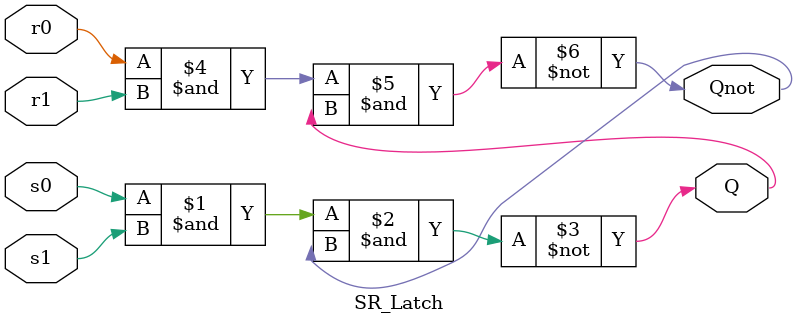
<source format=v>
/*
Name: Kenneth Galindo
Class: ECE 526 Lab
Lab Report: #4
File Name: SR_latch
*/

`timescale 1 ns / 1 ns


`define PRIMARY_OUT   2     // ns (primary outputs)
`define FAN_OUT_1     0.5   // ns (one output fanout)
`define FAN_OUT_2     0.8   // ns (two output fanout)
`define FAN_OUT_3     1     // ns (three output fanout)
`define TIME_DELAY_1  3     // ns (one input gates)
`define TIME_DELAY_2  4     // ns (two input gates)
`define TIME_DELAY_3  5     // ns (three input gates)


module SR_Latch (Q, Qnot, s0, s1, r0, r1);

 parameter delay1 = `TIME_DELAY_3 + `FAN_OUT_2, delay2 = `TIME_DELAY_3 + `FAN_OUT_2;

	
	//ports
	input s0, s1, r0, r1;
	output Q, Qnot;

	//netlist
	nand #(delay1) NAND1(Q, s0, s1, Qnot);
	nand #(delay2) NAND2(Qnot, r0, r1, Q);
	
endmodule

</source>
